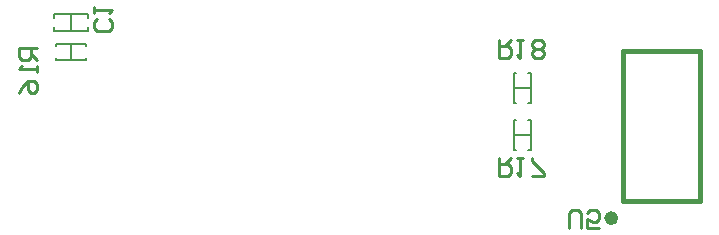
<source format=gbo>
G04*
G04 #@! TF.GenerationSoftware,Altium Limited,Altium Designer,18.1.9 (240)*
G04*
G04 Layer_Color=32896*
%FSLAX44Y44*%
%MOMM*%
G71*
G01*
G75*
%ADD11C,0.6000*%
%ADD12C,0.4000*%
%ADD13C,0.2540*%
%ADD17C,0.1500*%
D11*
X770400Y209400D02*
G03*
X770400Y209400I-3000J0D01*
G01*
D12*
X777400Y224000D02*
X842600D01*
Y351000D01*
X777400D02*
X842600D01*
X777400Y224000D02*
Y351000D01*
D13*
X731260Y201145D02*
Y213841D01*
X733799Y216380D01*
X738878D01*
X741417Y213841D01*
Y201145D01*
X756652D02*
X746495D01*
Y208762D01*
X751573Y206223D01*
X754113D01*
X756652Y208762D01*
Y213841D01*
X754113Y216380D01*
X749034D01*
X746495Y213841D01*
X672234Y360000D02*
Y344765D01*
X679852D01*
X682391Y347304D01*
Y352383D01*
X679852Y354922D01*
X672234D01*
X677313D02*
X682391Y360000D01*
X687470D02*
X692548D01*
X690009D01*
Y344765D01*
X687470Y347304D01*
X700165D02*
X702705Y344765D01*
X707783D01*
X710322Y347304D01*
Y349843D01*
X707783Y352383D01*
X710322Y354922D01*
Y357461D01*
X707783Y360000D01*
X702705D01*
X700165Y357461D01*
Y354922D01*
X702705Y352383D01*
X700165Y349843D01*
Y347304D01*
X702705Y352383D02*
X707783D01*
X672235Y260200D02*
Y244965D01*
X679852D01*
X682391Y247504D01*
Y252582D01*
X679852Y255122D01*
X672235D01*
X677313D02*
X682391Y260200D01*
X687470D02*
X692548D01*
X690009D01*
Y244965D01*
X687470Y247504D01*
X700166Y244965D02*
X710322D01*
Y247504D01*
X700166Y257661D01*
Y260200D01*
X280890Y353320D02*
X265655D01*
Y345703D01*
X268194Y343163D01*
X273272D01*
X275812Y345703D01*
Y353320D01*
Y348242D02*
X280890Y343163D01*
Y338085D02*
Y333007D01*
Y335546D01*
X265655D01*
X268194Y338085D01*
X265655Y315232D02*
X268194Y320311D01*
X273272Y325389D01*
X278351D01*
X280890Y322850D01*
Y317771D01*
X278351Y315232D01*
X275812D01*
X273272Y317771D01*
Y325389D01*
X342316Y378157D02*
X344855Y375617D01*
Y370539D01*
X342316Y368000D01*
X332159D01*
X329620Y370539D01*
Y375617D01*
X332159Y378157D01*
X329620Y383235D02*
Y388313D01*
Y385774D01*
X344855D01*
X342316Y383235D01*
D17*
X685235Y307300D02*
X687155D01*
X685235D02*
Y332700D01*
X697315Y307300D02*
X699235D01*
Y332700D01*
X685235Y320000D02*
X699235D01*
X685235Y332700D02*
X687155D01*
X697315D02*
X699235D01*
X310000Y343000D02*
Y357000D01*
X297300Y343000D02*
Y344920D01*
Y343000D02*
X322700D01*
Y344920D01*
Y355080D02*
Y357000D01*
X297300D02*
X322700D01*
X297300Y355080D02*
Y357000D01*
X697315Y267300D02*
X699235D01*
Y292700D01*
X697315D02*
X699235D01*
X685235Y280000D02*
X699235D01*
X685235Y267300D02*
X687155D01*
X685235Y292700D02*
X687155D01*
X685235Y267300D02*
Y292700D01*
X324000Y368000D02*
Y371000D01*
X296000Y368000D02*
X324000D01*
X296000D02*
Y371000D01*
Y379000D02*
Y382000D01*
X324000D01*
Y379000D02*
Y382000D01*
X310000Y368000D02*
Y382000D01*
M02*

</source>
